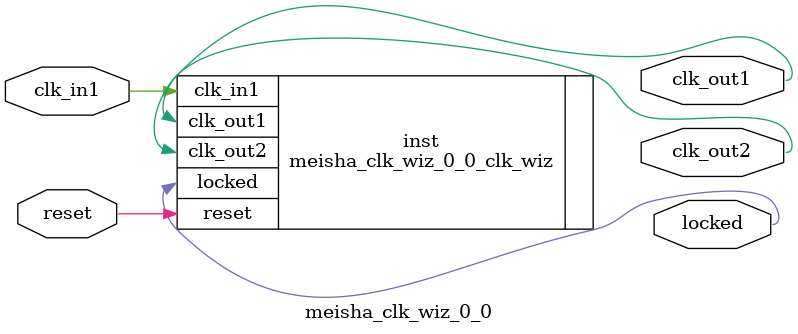
<source format=v>


`timescale 1ps/1ps

(* CORE_GENERATION_INFO = "meisha_clk_wiz_0_0,clk_wiz_v5_3_3_0,{component_name=meisha_clk_wiz_0_0,use_phase_alignment=true,use_min_o_jitter=false,use_max_i_jitter=false,use_dyn_phase_shift=false,use_inclk_switchover=false,use_dyn_reconfig=false,enable_axi=0,feedback_source=FDBK_AUTO,PRIMITIVE=PLL,num_out_clk=2,clkin1_period=5.0,clkin2_period=10.0,use_power_down=false,use_reset=true,use_locked=true,use_inclk_stopped=false,feedback_type=SINGLE,CLOCK_MGR_TYPE=NA,manual_override=false}" *)

module meisha_clk_wiz_0_0 
 (
  // Clock out ports
  output        clk_out1,
  output        clk_out2,
  // Status and control signals
  input         reset,
  output        locked,
 // Clock in ports
  input         clk_in1
 );

  meisha_clk_wiz_0_0_clk_wiz inst
  (
  // Clock out ports  
  .clk_out1(clk_out1),
  .clk_out2(clk_out2),
  // Status and control signals               
  .reset(reset), 
  .locked(locked),
 // Clock in ports
  .clk_in1(clk_in1)
  );

endmodule

</source>
